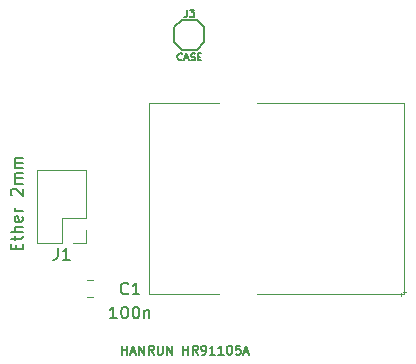
<source format=gbr>
%TF.GenerationSoftware,KiCad,Pcbnew,(6.0.9)*%
%TF.CreationDate,2023-02-20T13:31:34+11:00*%
%TF.ProjectId,PHY,5048592e-6b69-4636-9164-5f7063625858,rev?*%
%TF.SameCoordinates,Original*%
%TF.FileFunction,Legend,Top*%
%TF.FilePolarity,Positive*%
%FSLAX46Y46*%
G04 Gerber Fmt 4.6, Leading zero omitted, Abs format (unit mm)*
G04 Created by KiCad (PCBNEW (6.0.9)) date 2023-02-20 13:31:34*
%MOMM*%
%LPD*%
G01*
G04 APERTURE LIST*
%ADD10C,0.127000*%
%ADD11C,0.150000*%
%ADD12C,0.203200*%
%ADD13C,0.120000*%
G04 APERTURE END LIST*
D10*
%TO.C,J3*%
X123418600Y-71649771D02*
X123418600Y-72085200D01*
X123389571Y-72172285D01*
X123331514Y-72230342D01*
X123244428Y-72259371D01*
X123186371Y-72259371D01*
X123650828Y-71649771D02*
X124028200Y-71649771D01*
X123825000Y-71882000D01*
X123912085Y-71882000D01*
X123970142Y-71911028D01*
X123999171Y-71940057D01*
X124028200Y-71998114D01*
X124028200Y-72143257D01*
X123999171Y-72201314D01*
X123970142Y-72230342D01*
X123912085Y-72259371D01*
X123737914Y-72259371D01*
X123679857Y-72230342D01*
X123650828Y-72201314D01*
X122983171Y-75884314D02*
X122954142Y-75913342D01*
X122867057Y-75942371D01*
X122809000Y-75942371D01*
X122721914Y-75913342D01*
X122663857Y-75855285D01*
X122634828Y-75797228D01*
X122605800Y-75681114D01*
X122605800Y-75594028D01*
X122634828Y-75477914D01*
X122663857Y-75419857D01*
X122721914Y-75361800D01*
X122809000Y-75332771D01*
X122867057Y-75332771D01*
X122954142Y-75361800D01*
X122983171Y-75390828D01*
X123215400Y-75768200D02*
X123505685Y-75768200D01*
X123157342Y-75942371D02*
X123360542Y-75332771D01*
X123563742Y-75942371D01*
X123737914Y-75913342D02*
X123825000Y-75942371D01*
X123970142Y-75942371D01*
X124028200Y-75913342D01*
X124057228Y-75884314D01*
X124086257Y-75826257D01*
X124086257Y-75768200D01*
X124057228Y-75710142D01*
X124028200Y-75681114D01*
X123970142Y-75652085D01*
X123854028Y-75623057D01*
X123795971Y-75594028D01*
X123766942Y-75565000D01*
X123737914Y-75506942D01*
X123737914Y-75448885D01*
X123766942Y-75390828D01*
X123795971Y-75361800D01*
X123854028Y-75332771D01*
X123999171Y-75332771D01*
X124086257Y-75361800D01*
X124347514Y-75623057D02*
X124550714Y-75623057D01*
X124637800Y-75942371D02*
X124347514Y-75942371D01*
X124347514Y-75332771D01*
X124637800Y-75332771D01*
D11*
%TO.C,J1*%
X112468066Y-91828180D02*
X112468066Y-92542466D01*
X112420447Y-92685323D01*
X112325209Y-92780561D01*
X112182352Y-92828180D01*
X112087114Y-92828180D01*
X113468066Y-92828180D02*
X112896638Y-92828180D01*
X113182352Y-92828180D02*
X113182352Y-91828180D01*
X113087114Y-91971038D01*
X112991876Y-92066276D01*
X112896638Y-92113895D01*
X108970771Y-91942752D02*
X108970771Y-91609419D01*
X109494580Y-91466561D02*
X109494580Y-91942752D01*
X108494580Y-91942752D01*
X108494580Y-91466561D01*
X108827914Y-91180847D02*
X108827914Y-90799895D01*
X108494580Y-91037990D02*
X109351723Y-91037990D01*
X109446961Y-90990371D01*
X109494580Y-90895133D01*
X109494580Y-90799895D01*
X109494580Y-90466561D02*
X108494580Y-90466561D01*
X109494580Y-90037990D02*
X108970771Y-90037990D01*
X108875533Y-90085609D01*
X108827914Y-90180847D01*
X108827914Y-90323704D01*
X108875533Y-90418942D01*
X108923152Y-90466561D01*
X109446961Y-89180847D02*
X109494580Y-89276085D01*
X109494580Y-89466561D01*
X109446961Y-89561800D01*
X109351723Y-89609419D01*
X108970771Y-89609419D01*
X108875533Y-89561800D01*
X108827914Y-89466561D01*
X108827914Y-89276085D01*
X108875533Y-89180847D01*
X108970771Y-89133228D01*
X109066009Y-89133228D01*
X109161247Y-89609419D01*
X109494580Y-88704657D02*
X108827914Y-88704657D01*
X109018390Y-88704657D02*
X108923152Y-88657038D01*
X108875533Y-88609419D01*
X108827914Y-88514180D01*
X108827914Y-88418942D01*
X108589819Y-87371323D02*
X108542200Y-87323704D01*
X108494580Y-87228466D01*
X108494580Y-86990371D01*
X108542200Y-86895133D01*
X108589819Y-86847514D01*
X108685057Y-86799895D01*
X108780295Y-86799895D01*
X108923152Y-86847514D01*
X109494580Y-87418942D01*
X109494580Y-86799895D01*
X109494580Y-86371323D02*
X108827914Y-86371323D01*
X108923152Y-86371323D02*
X108875533Y-86323704D01*
X108827914Y-86228466D01*
X108827914Y-86085609D01*
X108875533Y-85990371D01*
X108970771Y-85942752D01*
X109494580Y-85942752D01*
X108970771Y-85942752D02*
X108875533Y-85895133D01*
X108827914Y-85799895D01*
X108827914Y-85657038D01*
X108875533Y-85561800D01*
X108970771Y-85514180D01*
X109494580Y-85514180D01*
X109494580Y-85037990D02*
X108827914Y-85037990D01*
X108923152Y-85037990D02*
X108875533Y-84990371D01*
X108827914Y-84895133D01*
X108827914Y-84752276D01*
X108875533Y-84657038D01*
X108970771Y-84609419D01*
X109494580Y-84609419D01*
X108970771Y-84609419D02*
X108875533Y-84561800D01*
X108827914Y-84466561D01*
X108827914Y-84323704D01*
X108875533Y-84228466D01*
X108970771Y-84180847D01*
X109494580Y-84180847D01*
%TO.C,C1*%
X118425933Y-95657942D02*
X118378314Y-95705561D01*
X118235457Y-95753180D01*
X118140219Y-95753180D01*
X117997361Y-95705561D01*
X117902123Y-95610323D01*
X117854504Y-95515085D01*
X117806885Y-95324609D01*
X117806885Y-95181752D01*
X117854504Y-94991276D01*
X117902123Y-94896038D01*
X117997361Y-94800800D01*
X118140219Y-94753180D01*
X118235457Y-94753180D01*
X118378314Y-94800800D01*
X118425933Y-94848419D01*
X119378314Y-95753180D02*
X118806885Y-95753180D01*
X119092600Y-95753180D02*
X119092600Y-94753180D01*
X118997361Y-94896038D01*
X118902123Y-94991276D01*
X118806885Y-95038895D01*
X117473552Y-97785180D02*
X116902123Y-97785180D01*
X117187838Y-97785180D02*
X117187838Y-96785180D01*
X117092600Y-96928038D01*
X116997361Y-97023276D01*
X116902123Y-97070895D01*
X118092600Y-96785180D02*
X118187838Y-96785180D01*
X118283076Y-96832800D01*
X118330695Y-96880419D01*
X118378314Y-96975657D01*
X118425933Y-97166133D01*
X118425933Y-97404228D01*
X118378314Y-97594704D01*
X118330695Y-97689942D01*
X118283076Y-97737561D01*
X118187838Y-97785180D01*
X118092600Y-97785180D01*
X117997361Y-97737561D01*
X117949742Y-97689942D01*
X117902123Y-97594704D01*
X117854504Y-97404228D01*
X117854504Y-97166133D01*
X117902123Y-96975657D01*
X117949742Y-96880419D01*
X117997361Y-96832800D01*
X118092600Y-96785180D01*
X119044980Y-96785180D02*
X119140219Y-96785180D01*
X119235457Y-96832800D01*
X119283076Y-96880419D01*
X119330695Y-96975657D01*
X119378314Y-97166133D01*
X119378314Y-97404228D01*
X119330695Y-97594704D01*
X119283076Y-97689942D01*
X119235457Y-97737561D01*
X119140219Y-97785180D01*
X119044980Y-97785180D01*
X118949742Y-97737561D01*
X118902123Y-97689942D01*
X118854504Y-97594704D01*
X118806885Y-97404228D01*
X118806885Y-97166133D01*
X118854504Y-96975657D01*
X118902123Y-96880419D01*
X118949742Y-96832800D01*
X119044980Y-96785180D01*
X119806885Y-97118514D02*
X119806885Y-97785180D01*
X119806885Y-97213752D02*
X119854504Y-97166133D01*
X119949742Y-97118514D01*
X120092600Y-97118514D01*
X120187838Y-97166133D01*
X120235457Y-97261371D01*
X120235457Y-97785180D01*
D10*
%TO.C,J2*%
X117906800Y-100852514D02*
X117906800Y-100090514D01*
X117906800Y-100453371D02*
X118342228Y-100453371D01*
X118342228Y-100852514D02*
X118342228Y-100090514D01*
X118668800Y-100634800D02*
X119031657Y-100634800D01*
X118596228Y-100852514D02*
X118850228Y-100090514D01*
X119104228Y-100852514D01*
X119358228Y-100852514D02*
X119358228Y-100090514D01*
X119793657Y-100852514D01*
X119793657Y-100090514D01*
X120591942Y-100852514D02*
X120337942Y-100489657D01*
X120156514Y-100852514D02*
X120156514Y-100090514D01*
X120446800Y-100090514D01*
X120519371Y-100126800D01*
X120555657Y-100163085D01*
X120591942Y-100235657D01*
X120591942Y-100344514D01*
X120555657Y-100417085D01*
X120519371Y-100453371D01*
X120446800Y-100489657D01*
X120156514Y-100489657D01*
X120918514Y-100090514D02*
X120918514Y-100707371D01*
X120954800Y-100779942D01*
X120991085Y-100816228D01*
X121063657Y-100852514D01*
X121208800Y-100852514D01*
X121281371Y-100816228D01*
X121317657Y-100779942D01*
X121353942Y-100707371D01*
X121353942Y-100090514D01*
X121716800Y-100852514D02*
X121716800Y-100090514D01*
X122152228Y-100852514D01*
X122152228Y-100090514D01*
X123095657Y-100852514D02*
X123095657Y-100090514D01*
X123095657Y-100453371D02*
X123531085Y-100453371D01*
X123531085Y-100852514D02*
X123531085Y-100090514D01*
X124329371Y-100852514D02*
X124075371Y-100489657D01*
X123893942Y-100852514D02*
X123893942Y-100090514D01*
X124184228Y-100090514D01*
X124256800Y-100126800D01*
X124293085Y-100163085D01*
X124329371Y-100235657D01*
X124329371Y-100344514D01*
X124293085Y-100417085D01*
X124256800Y-100453371D01*
X124184228Y-100489657D01*
X123893942Y-100489657D01*
X124692228Y-100852514D02*
X124837371Y-100852514D01*
X124909942Y-100816228D01*
X124946228Y-100779942D01*
X125018800Y-100671085D01*
X125055085Y-100525942D01*
X125055085Y-100235657D01*
X125018800Y-100163085D01*
X124982514Y-100126800D01*
X124909942Y-100090514D01*
X124764800Y-100090514D01*
X124692228Y-100126800D01*
X124655942Y-100163085D01*
X124619657Y-100235657D01*
X124619657Y-100417085D01*
X124655942Y-100489657D01*
X124692228Y-100525942D01*
X124764800Y-100562228D01*
X124909942Y-100562228D01*
X124982514Y-100525942D01*
X125018800Y-100489657D01*
X125055085Y-100417085D01*
X125780800Y-100852514D02*
X125345371Y-100852514D01*
X125563085Y-100852514D02*
X125563085Y-100090514D01*
X125490514Y-100199371D01*
X125417942Y-100271942D01*
X125345371Y-100308228D01*
X126506514Y-100852514D02*
X126071085Y-100852514D01*
X126288800Y-100852514D02*
X126288800Y-100090514D01*
X126216228Y-100199371D01*
X126143657Y-100271942D01*
X126071085Y-100308228D01*
X126978228Y-100090514D02*
X127050800Y-100090514D01*
X127123371Y-100126800D01*
X127159657Y-100163085D01*
X127195942Y-100235657D01*
X127232228Y-100380800D01*
X127232228Y-100562228D01*
X127195942Y-100707371D01*
X127159657Y-100779942D01*
X127123371Y-100816228D01*
X127050800Y-100852514D01*
X126978228Y-100852514D01*
X126905657Y-100816228D01*
X126869371Y-100779942D01*
X126833085Y-100707371D01*
X126796800Y-100562228D01*
X126796800Y-100380800D01*
X126833085Y-100235657D01*
X126869371Y-100163085D01*
X126905657Y-100126800D01*
X126978228Y-100090514D01*
X127921657Y-100090514D02*
X127558800Y-100090514D01*
X127522514Y-100453371D01*
X127558800Y-100417085D01*
X127631371Y-100380800D01*
X127812800Y-100380800D01*
X127885371Y-100417085D01*
X127921657Y-100453371D01*
X127957942Y-100525942D01*
X127957942Y-100707371D01*
X127921657Y-100779942D01*
X127885371Y-100816228D01*
X127812800Y-100852514D01*
X127631371Y-100852514D01*
X127558800Y-100816228D01*
X127522514Y-100779942D01*
X128248228Y-100634800D02*
X128611085Y-100634800D01*
X128175657Y-100852514D02*
X128429657Y-100090514D01*
X128683657Y-100852514D01*
D12*
%TO.C,J3*%
X124891800Y-73126600D02*
X124256800Y-72491600D01*
X124256800Y-72491600D02*
X122986800Y-72491600D01*
X122986800Y-72491600D02*
X122351800Y-73126600D01*
X122351800Y-73126600D02*
X122351800Y-74396600D01*
X122351800Y-74396600D02*
X122986800Y-75031600D01*
X122986800Y-75031600D02*
X124256800Y-75031600D01*
X124256800Y-75031600D02*
X124891800Y-74396600D01*
X124891800Y-74396600D02*
X124891800Y-73126600D01*
D13*
%TO.C,J1*%
X110741400Y-91375800D02*
X110741400Y-85255800D01*
X112801400Y-89315800D02*
X112801400Y-91375800D01*
X114861400Y-91375800D02*
X113801400Y-91375800D01*
X114861400Y-89315800D02*
X112801400Y-89315800D01*
X114861400Y-89315800D02*
X114861400Y-85255800D01*
X114861400Y-90315800D02*
X114861400Y-91375800D01*
X112801400Y-91375800D02*
X110741400Y-91375800D01*
X114861400Y-85255800D02*
X110741400Y-85255800D01*
%TO.C,C1*%
X115475652Y-94515000D02*
X114953148Y-94515000D01*
X115475652Y-95985000D02*
X114953148Y-95985000D01*
%TO.C,J2*%
X141550000Y-95635000D02*
X141550000Y-95885000D01*
X141700000Y-95535000D02*
X141950000Y-95535000D01*
X120180000Y-79515000D02*
X126090000Y-79515000D01*
X129370000Y-79515000D02*
X141820000Y-79515000D01*
X129370000Y-95755000D02*
X141820000Y-95755000D01*
X141820000Y-79515000D02*
X141820000Y-95755000D01*
X120180000Y-95755000D02*
X126090000Y-95755000D01*
X120180000Y-95755000D02*
X120180000Y-79515000D01*
%TD*%
M02*

</source>
